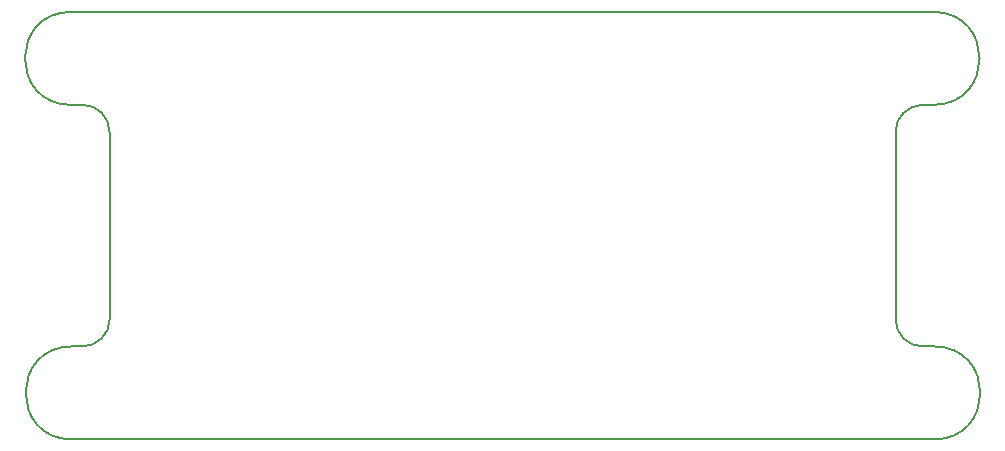
<source format=gbr>
G04 #@! TF.GenerationSoftware,KiCad,Pcbnew,(5.0.0)*
G04 #@! TF.CreationDate,2018-10-13T15:52:45-04:00*
G04 #@! TF.ProjectId,GLVColoumbCounterTest,474C56436F6C6F756D62436F756E7465,rev?*
G04 #@! TF.SameCoordinates,Original*
G04 #@! TF.FileFunction,Profile,NP*
%FSLAX46Y46*%
G04 Gerber Fmt 4.6, Leading zero omitted, Abs format (unit mm)*
G04 Created by KiCad (PCBNEW (5.0.0)) date 10/13/18 15:52:45*
%MOMM*%
%LPD*%
G01*
G04 APERTURE LIST*
%ADD10C,0.150000*%
G04 APERTURE END LIST*
D10*
X169418000Y-43815000D02*
G75*
G02X169418000Y-51689000I0J-3937000D01*
G01*
X166243000Y-43815000D02*
X169418000Y-43815000D01*
X166243000Y-53975000D02*
G75*
G02X168529000Y-51689000I2286000J0D01*
G01*
X168529000Y-51689000D02*
X169418000Y-51689000D01*
X168529000Y-72136000D02*
G75*
G02X166243000Y-69850000I0J2286000D01*
G01*
X166243000Y-80010000D02*
X169481500Y-80010000D01*
X169481500Y-72136000D02*
X168529000Y-72136000D01*
X169481500Y-72136000D02*
G75*
G02X169481500Y-80010000I0J-3937000D01*
G01*
X97409000Y-72136000D02*
X96520000Y-72136000D01*
X99695000Y-69850000D02*
G75*
G02X97409000Y-72136000I-2286000J0D01*
G01*
X99695000Y-80010000D02*
X96520000Y-80010000D01*
X96520000Y-80010000D02*
G75*
G02X96520000Y-72136000I0J3937000D01*
G01*
X96456500Y-51689000D02*
X97409000Y-51689000D01*
X96456500Y-51689000D02*
G75*
G02X96456500Y-43815000I0J3937000D01*
G01*
X97409000Y-51689000D02*
G75*
G02X99695000Y-53975000I0J-2286000D01*
G01*
X99695000Y-43815000D02*
X96456500Y-43815000D01*
X166243000Y-53975000D02*
X166243000Y-69850000D01*
X99695000Y-43815000D02*
X166243000Y-43815000D01*
X99695000Y-69850000D02*
X99695000Y-53975000D01*
X166243000Y-80010000D02*
X99695000Y-80010000D01*
M02*

</source>
